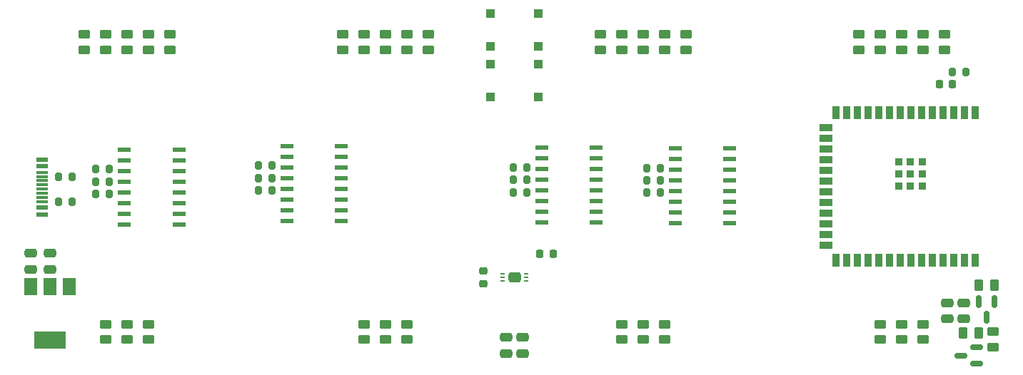
<source format=gbr>
%TF.GenerationSoftware,KiCad,Pcbnew,(6.0.9)*%
%TF.CreationDate,2022-12-22T16:46:14-05:00*%
%TF.ProjectId,Digital Clock PCB 2.0 Module Based,44696769-7461-46c2-9043-6c6f636b2050,rev?*%
%TF.SameCoordinates,Original*%
%TF.FileFunction,Paste,Top*%
%TF.FilePolarity,Positive*%
%FSLAX46Y46*%
G04 Gerber Fmt 4.6, Leading zero omitted, Abs format (unit mm)*
G04 Created by KiCad (PCBNEW (6.0.9)) date 2022-12-22 16:46:14*
%MOMM*%
%LPD*%
G01*
G04 APERTURE LIST*
G04 Aperture macros list*
%AMRoundRect*
0 Rectangle with rounded corners*
0 $1 Rounding radius*
0 $2 $3 $4 $5 $6 $7 $8 $9 X,Y pos of 4 corners*
0 Add a 4 corners polygon primitive as box body*
4,1,4,$2,$3,$4,$5,$6,$7,$8,$9,$2,$3,0*
0 Add four circle primitives for the rounded corners*
1,1,$1+$1,$2,$3*
1,1,$1+$1,$4,$5*
1,1,$1+$1,$6,$7*
1,1,$1+$1,$8,$9*
0 Add four rect primitives between the rounded corners*
20,1,$1+$1,$2,$3,$4,$5,0*
20,1,$1+$1,$4,$5,$6,$7,0*
20,1,$1+$1,$6,$7,$8,$9,0*
20,1,$1+$1,$8,$9,$2,$3,0*%
G04 Aperture macros list end*
%ADD10RoundRect,0.225000X0.225000X0.250000X-0.225000X0.250000X-0.225000X-0.250000X0.225000X-0.250000X0*%
%ADD11RoundRect,0.250000X0.450000X-0.262500X0.450000X0.262500X-0.450000X0.262500X-0.450000X-0.262500X0*%
%ADD12RoundRect,0.200000X-0.200000X-0.275000X0.200000X-0.275000X0.200000X0.275000X-0.200000X0.275000X0*%
%ADD13RoundRect,0.150000X0.587500X0.150000X-0.587500X0.150000X-0.587500X-0.150000X0.587500X-0.150000X0*%
%ADD14RoundRect,0.137500X-0.662500X-0.137500X0.662500X-0.137500X0.662500X0.137500X-0.662500X0.137500X0*%
%ADD15RoundRect,0.250000X-0.450000X0.262500X-0.450000X-0.262500X0.450000X-0.262500X0.450000X0.262500X0*%
%ADD16RoundRect,0.220000X-0.330000X-0.330000X0.330000X-0.330000X0.330000X0.330000X-0.330000X0.330000X0*%
%ADD17RoundRect,0.250000X0.475000X-0.250000X0.475000X0.250000X-0.475000X0.250000X-0.475000X-0.250000X0*%
%ADD18RoundRect,0.225000X-0.225000X-0.250000X0.225000X-0.250000X0.225000X0.250000X-0.225000X0.250000X0*%
%ADD19RoundRect,0.300000X-0.450000X0.300000X-0.450000X-0.300000X0.450000X-0.300000X0.450000X0.300000X0*%
%ADD20RoundRect,0.055000X-0.195000X0.055000X-0.195000X-0.055000X0.195000X-0.055000X0.195000X0.055000X0*%
%ADD21RoundRect,0.055000X0.195000X-0.055000X0.195000X0.055000X-0.195000X0.055000X-0.195000X-0.055000X0*%
%ADD22R,1.500000X2.000000*%
%ADD23R,3.800000X2.000000*%
%ADD24R,1.450000X0.600000*%
%ADD25R,1.450000X0.300000*%
%ADD26RoundRect,0.250000X0.262500X0.450000X-0.262500X0.450000X-0.262500X-0.450000X0.262500X-0.450000X0*%
%ADD27RoundRect,0.150000X-0.150000X0.587500X-0.150000X-0.587500X0.150000X-0.587500X0.150000X0.587500X0*%
%ADD28RoundRect,0.225000X-0.250000X0.225000X-0.250000X-0.225000X0.250000X-0.225000X0.250000X0.225000X0*%
%ADD29R,0.900000X0.900000*%
%ADD30R,0.900000X1.500000*%
%ADD31R,1.500000X0.900000*%
G04 APERTURE END LIST*
D10*
%TO.C,C3*%
X259956600Y-91109800D03*
X258406600Y-91109800D03*
%TD*%
D11*
%TO.C,R41*%
X228396800Y-87018500D03*
X228396800Y-85193500D03*
%TD*%
D12*
%TO.C,R3*%
X259956800Y-89636600D03*
X261606800Y-89636600D03*
%TD*%
D13*
%TO.C,Q1*%
X262858100Y-124292400D03*
X262858100Y-122392400D03*
X260983100Y-123342400D03*
%TD*%
D12*
%TO.C,R12*%
X158356800Y-104165400D03*
X160006800Y-104165400D03*
%TD*%
%TO.C,R33*%
X207886800Y-102489000D03*
X209536800Y-102489000D03*
%TD*%
D11*
%TO.C,R27*%
X167182800Y-87018500D03*
X167182800Y-85193500D03*
%TD*%
D14*
%TO.C,U3*%
X227077200Y-98729800D03*
X227077200Y-99999800D03*
X227077200Y-101269800D03*
X227077200Y-102539800D03*
X227077200Y-103809800D03*
X227077200Y-105079800D03*
X227077200Y-106349800D03*
X227077200Y-107619800D03*
X233577200Y-107619800D03*
X233577200Y-106349800D03*
X233577200Y-105079800D03*
X233577200Y-103809800D03*
X233577200Y-102539800D03*
X233577200Y-101269800D03*
X233577200Y-99999800D03*
X233577200Y-98729800D03*
%TD*%
D15*
%TO.C,R24*%
X162102800Y-119635900D03*
X162102800Y-121460900D03*
%TD*%
D12*
%TO.C,R2*%
X153937200Y-105079800D03*
X155587200Y-105079800D03*
%TD*%
%TO.C,R1*%
X153937200Y-102082600D03*
X155587200Y-102082600D03*
%TD*%
D11*
%TO.C,R49*%
X197789800Y-87018500D03*
X197789800Y-85193500D03*
%TD*%
D16*
%TO.C,SW2*%
X210850600Y-82708200D03*
X205150600Y-82708200D03*
X210850600Y-86608200D03*
X205150600Y-86608200D03*
%TD*%
D15*
%TO.C,R46*%
X192709800Y-119635900D03*
X192709800Y-121460900D03*
%TD*%
D11*
%TO.C,R20*%
X253923800Y-87018500D03*
X253923800Y-85193500D03*
%TD*%
%TO.C,R44*%
X187629800Y-87018500D03*
X187629800Y-85193500D03*
%TD*%
D15*
%TO.C,R15*%
X251383800Y-119635900D03*
X251383800Y-121460900D03*
%TD*%
D12*
%TO.C,R32*%
X207886800Y-101015800D03*
X209536800Y-101015800D03*
%TD*%
%TO.C,R29*%
X177660800Y-100787200D03*
X179310800Y-100787200D03*
%TD*%
D11*
%TO.C,R5*%
X264793100Y-122349900D03*
X264793100Y-120524900D03*
%TD*%
%TO.C,R21*%
X159562800Y-87018500D03*
X159562800Y-85193500D03*
%TD*%
%TO.C,R36*%
X218236800Y-87018500D03*
X218236800Y-85193500D03*
%TD*%
%TO.C,R50*%
X192709800Y-87018500D03*
X192709800Y-85193500D03*
%TD*%
D14*
%TO.C,U8*%
X181027000Y-98450400D03*
X181027000Y-99720400D03*
X181027000Y-100990400D03*
X181027000Y-102260400D03*
X181027000Y-103530400D03*
X181027000Y-104800400D03*
X181027000Y-106070400D03*
X181027000Y-107340400D03*
X187527000Y-107340400D03*
X187527000Y-106070400D03*
X187527000Y-104800400D03*
X187527000Y-103530400D03*
X187527000Y-102260400D03*
X187527000Y-100990400D03*
X187527000Y-99720400D03*
X187527000Y-98450400D03*
%TD*%
D17*
%TO.C,C9*%
X208991200Y-123073200D03*
X208991200Y-121173200D03*
%TD*%
D11*
%TO.C,R13*%
X251383800Y-87018500D03*
X251383800Y-85193500D03*
%TD*%
D17*
%TO.C,C8*%
X207035400Y-123073200D03*
X207035400Y-121173200D03*
%TD*%
D15*
%TO.C,R23*%
X159562800Y-119635900D03*
X159562800Y-121460900D03*
%TD*%
D12*
%TO.C,R8*%
X223711000Y-102539800D03*
X225361000Y-102539800D03*
%TD*%
D18*
%TO.C,C5*%
X211061000Y-111252000D03*
X212611000Y-111252000D03*
%TD*%
D19*
%TO.C,PD1*%
X208026000Y-114071400D03*
D20*
X206626000Y-113639600D03*
X206626000Y-114071400D03*
X206626000Y-114503200D03*
D21*
X209426000Y-114503200D03*
X209426000Y-114071400D03*
X209426000Y-113639600D03*
%TD*%
D22*
%TO.C,U2*%
X155258800Y-115188600D03*
D23*
X152958800Y-121488600D03*
D22*
X152958800Y-115188600D03*
X150658800Y-115188600D03*
%TD*%
D17*
%TO.C,C6*%
X259384800Y-118983800D03*
X259384800Y-117083800D03*
%TD*%
D12*
%TO.C,R9*%
X223711000Y-104013000D03*
X225361000Y-104013000D03*
%TD*%
D17*
%TO.C,C1*%
X150672800Y-113106200D03*
X150672800Y-111206200D03*
%TD*%
D11*
%TO.C,R40*%
X225856800Y-87018500D03*
X225856800Y-85193500D03*
%TD*%
D24*
%TO.C,J1*%
X152049600Y-100077200D03*
X152049600Y-100877200D03*
D25*
X152049600Y-102077200D03*
X152049600Y-103077200D03*
X152049600Y-103577200D03*
X152049600Y-104577200D03*
D24*
X152049600Y-105777200D03*
X152049600Y-106577200D03*
X152049600Y-106577200D03*
X152049600Y-105777200D03*
D25*
X152049600Y-105077200D03*
X152049600Y-104077200D03*
X152049600Y-102577200D03*
X152049600Y-101577200D03*
D24*
X152049600Y-100877200D03*
X152049600Y-100077200D03*
%TD*%
D11*
%TO.C,R18*%
X256463800Y-87018500D03*
X256463800Y-85193500D03*
%TD*%
D12*
%TO.C,R11*%
X158356800Y-102692200D03*
X160006800Y-102692200D03*
%TD*%
D11*
%TO.C,R14*%
X248843800Y-87018500D03*
X248843800Y-85193500D03*
%TD*%
D16*
%TO.C,SW1*%
X210876000Y-88753400D03*
X205176000Y-88753400D03*
X210876000Y-92653400D03*
X205176000Y-92653400D03*
%TD*%
D12*
%TO.C,R30*%
X177660800Y-102260400D03*
X179310800Y-102260400D03*
%TD*%
D17*
%TO.C,C2*%
X152958800Y-113116400D03*
X152958800Y-111216400D03*
%TD*%
D15*
%TO.C,R39*%
X225856800Y-119635900D03*
X225856800Y-121460900D03*
%TD*%
D26*
%TO.C,R4*%
X264947400Y-114960400D03*
X263122400Y-114960400D03*
%TD*%
D27*
%TO.C,Q2*%
X264983000Y-116893100D03*
X263083000Y-116893100D03*
X264033000Y-118768100D03*
%TD*%
D12*
%TO.C,R31*%
X177660800Y-103733600D03*
X179310800Y-103733600D03*
%TD*%
D11*
%TO.C,R43*%
X190169800Y-87018500D03*
X190169800Y-85193500D03*
%TD*%
D15*
%TO.C,R25*%
X164642800Y-119635900D03*
X164642800Y-121460900D03*
%TD*%
D11*
%TO.C,R19*%
X259003800Y-87018500D03*
X259003800Y-85193500D03*
%TD*%
%TO.C,R48*%
X195249800Y-87018500D03*
X195249800Y-85193500D03*
%TD*%
D15*
%TO.C,R37*%
X220776800Y-119635900D03*
X220776800Y-121460900D03*
%TD*%
D12*
%TO.C,R34*%
X207886800Y-103962200D03*
X209536800Y-103962200D03*
%TD*%
%TO.C,R10*%
X158356800Y-101219000D03*
X160006800Y-101219000D03*
%TD*%
D15*
%TO.C,R45*%
X190169800Y-119635900D03*
X190169800Y-121460900D03*
%TD*%
D12*
%TO.C,R7*%
X223711000Y-101066600D03*
X225361000Y-101066600D03*
%TD*%
D17*
%TO.C,C7*%
X261340600Y-118983800D03*
X261340600Y-117083800D03*
%TD*%
D11*
%TO.C,R26*%
X164642800Y-87018500D03*
X164642800Y-85193500D03*
%TD*%
D15*
%TO.C,R47*%
X195249800Y-119635900D03*
X195249800Y-121460900D03*
%TD*%
D14*
%TO.C,U7*%
X211253000Y-98679000D03*
X211253000Y-99949000D03*
X211253000Y-101219000D03*
X211253000Y-102489000D03*
X211253000Y-103759000D03*
X211253000Y-105029000D03*
X211253000Y-106299000D03*
X211253000Y-107569000D03*
X217753000Y-107569000D03*
X217753000Y-106299000D03*
X217753000Y-105029000D03*
X217753000Y-103759000D03*
X217753000Y-102489000D03*
X217753000Y-101219000D03*
X217753000Y-99949000D03*
X217753000Y-98679000D03*
%TD*%
D15*
%TO.C,R38*%
X223316800Y-119635900D03*
X223316800Y-121460900D03*
%TD*%
D11*
%TO.C,R42*%
X223316800Y-87018500D03*
X223316800Y-85193500D03*
%TD*%
D28*
%TO.C,C4*%
X204368400Y-113296400D03*
X204368400Y-114846400D03*
%TD*%
D11*
%TO.C,R28*%
X162102800Y-87018500D03*
X162102800Y-85193500D03*
%TD*%
D26*
%TO.C,R6*%
X263065900Y-120700800D03*
X261240900Y-120700800D03*
%TD*%
D11*
%TO.C,R35*%
X220776800Y-87018500D03*
X220776800Y-85193500D03*
%TD*%
%TO.C,R22*%
X157022800Y-87018500D03*
X157022800Y-85193500D03*
%TD*%
D29*
%TO.C,U1*%
X256394400Y-103176400D03*
X254994400Y-103176400D03*
X253594400Y-100376400D03*
X254994400Y-100376400D03*
X253594400Y-103176400D03*
X253594400Y-101776400D03*
X256394400Y-101776400D03*
X254994400Y-101776400D03*
X256394400Y-100376400D03*
D30*
X262714400Y-94526400D03*
X261444400Y-94526400D03*
X260174400Y-94526400D03*
X258904400Y-94526400D03*
X257634400Y-94526400D03*
X256364400Y-94526400D03*
X255094400Y-94526400D03*
X253824400Y-94526400D03*
X252554400Y-94526400D03*
X251284400Y-94526400D03*
X250014400Y-94526400D03*
X248744400Y-94526400D03*
X247474400Y-94526400D03*
X246204400Y-94526400D03*
D31*
X244954400Y-96291400D03*
X244954400Y-97561400D03*
X244954400Y-98831400D03*
X244954400Y-100101400D03*
X244954400Y-101371400D03*
X244954400Y-102641400D03*
X244954400Y-103911400D03*
X244954400Y-105181400D03*
X244954400Y-106451400D03*
X244954400Y-107721400D03*
X244954400Y-108991400D03*
X244954400Y-110261400D03*
D30*
X246204400Y-112026400D03*
X247474400Y-112026400D03*
X248744400Y-112026400D03*
X250014400Y-112026400D03*
X251284400Y-112026400D03*
X252554400Y-112026400D03*
X253824400Y-112026400D03*
X255094400Y-112026400D03*
X256364400Y-112026400D03*
X257634400Y-112026400D03*
X258904400Y-112026400D03*
X260174400Y-112026400D03*
X261444400Y-112026400D03*
X262714400Y-112026400D03*
%TD*%
D15*
%TO.C,R16*%
X253923800Y-119635900D03*
X253923800Y-121460900D03*
%TD*%
%TO.C,R17*%
X256463800Y-119635900D03*
X256463800Y-121460900D03*
%TD*%
D14*
%TO.C,U4*%
X161748400Y-98882200D03*
X161748400Y-100152200D03*
X161748400Y-101422200D03*
X161748400Y-102692200D03*
X161748400Y-103962200D03*
X161748400Y-105232200D03*
X161748400Y-106502200D03*
X161748400Y-107772200D03*
X168248400Y-107772200D03*
X168248400Y-106502200D03*
X168248400Y-105232200D03*
X168248400Y-103962200D03*
X168248400Y-102692200D03*
X168248400Y-101422200D03*
X168248400Y-100152200D03*
X168248400Y-98882200D03*
%TD*%
M02*

</source>
